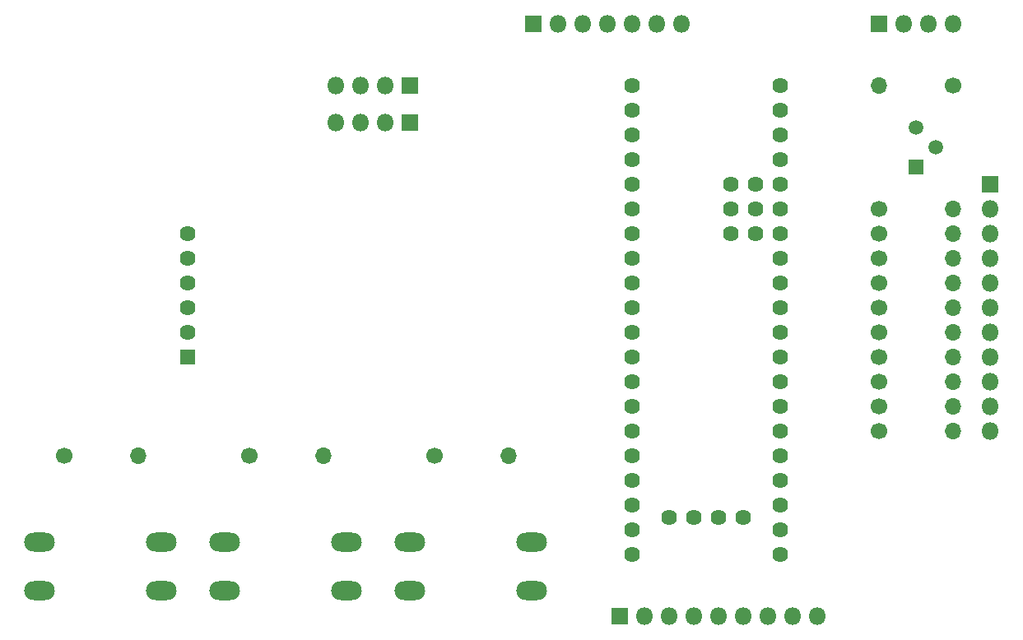
<source format=gbr>
%TF.GenerationSoftware,KiCad,Pcbnew,5.1.6-c6e7f7d~86~ubuntu16.04.1*%
%TF.CreationDate,2020-07-11T20:05:59+01:00*%
%TF.ProjectId,bluepill-pb1,626c7565-7069-46c6-9c2d-7062312e6b69,rev?*%
%TF.SameCoordinates,Original*%
%TF.FileFunction,Soldermask,Bot*%
%TF.FilePolarity,Negative*%
%FSLAX46Y46*%
G04 Gerber Fmt 4.6, Leading zero omitted, Abs format (unit mm)*
G04 Created by KiCad (PCBNEW 5.1.6-c6e7f7d~86~ubuntu16.04.1) date 2020-07-11 20:05:59*
%MOMM*%
%LPD*%
G01*
G04 APERTURE LIST*
%ADD10C,1.624000*%
%ADD11O,3.148000X1.950000*%
%ADD12O,1.800000X1.800000*%
%ADD13R,1.800000X1.800000*%
%ADD14O,1.700000X1.700000*%
%ADD15C,1.700000*%
%ADD16C,1.497000*%
%ADD17R,1.497000X1.497000*%
%ADD18R,1.624000X1.624000*%
G04 APERTURE END LIST*
D10*
%TO.C,U1*%
X140970000Y-109220000D03*
X151130000Y-81280000D03*
X151130000Y-78740000D03*
X151130000Y-76200000D03*
X153670000Y-81280000D03*
X153670000Y-78740000D03*
X153670000Y-76200000D03*
X152400000Y-110490000D03*
X149860000Y-110490000D03*
X147320000Y-110490000D03*
X144780000Y-110490000D03*
X156210000Y-66040000D03*
X156210000Y-68580000D03*
X156210000Y-71120000D03*
X156210000Y-73660000D03*
X156210000Y-76200000D03*
X156210000Y-78740000D03*
X156210000Y-81280000D03*
X156210000Y-83820000D03*
X156210000Y-86360000D03*
X156210000Y-88900000D03*
X156210000Y-91440000D03*
X156210000Y-93980000D03*
X156210000Y-96520000D03*
X156210000Y-99060000D03*
X156210000Y-101600000D03*
X156210000Y-104140000D03*
X156210000Y-106680000D03*
X156210000Y-109220000D03*
X156210000Y-111760000D03*
X156210000Y-114300000D03*
X140970000Y-114300000D03*
X140970000Y-111760000D03*
X140970000Y-106680000D03*
X140970000Y-104140000D03*
X140970000Y-101600000D03*
X140970000Y-99060000D03*
X140970000Y-96520000D03*
X140970000Y-93980000D03*
X140970000Y-91440000D03*
X140970000Y-88900000D03*
X140970000Y-86360000D03*
X140970000Y-83820000D03*
X140970000Y-81280000D03*
X140970000Y-78740000D03*
X140970000Y-76200000D03*
X140970000Y-73660000D03*
X140970000Y-71120000D03*
X140970000Y-68580000D03*
X140970000Y-66040000D03*
%TD*%
D11*
%TO.C,SW2*%
X99060000Y-118030000D03*
X99060000Y-113030000D03*
X111560000Y-118030000D03*
X111560000Y-113030000D03*
%TD*%
D12*
%TO.C,J6*%
X146050000Y-59690000D03*
X143510000Y-59690000D03*
X140970000Y-59690000D03*
X138430000Y-59690000D03*
X135890000Y-59690000D03*
X133350000Y-59690000D03*
D13*
X130810000Y-59690000D03*
%TD*%
D12*
%TO.C,J5*%
X160020000Y-120650000D03*
X157480000Y-120650000D03*
X154940000Y-120650000D03*
X152400000Y-120650000D03*
X149860000Y-120650000D03*
X147320000Y-120650000D03*
X144780000Y-120650000D03*
X142240000Y-120650000D03*
D13*
X139700000Y-120650000D03*
%TD*%
D14*
%TO.C,R14*%
X166370000Y-66040000D03*
D15*
X173990000Y-66040000D03*
%TD*%
D16*
%TO.C,Q1*%
X170180000Y-70358000D03*
X172212000Y-72390000D03*
D17*
X170180000Y-74422000D03*
%TD*%
D12*
%TO.C,J4*%
X110490000Y-66040000D03*
X113030000Y-66040000D03*
X115570000Y-66040000D03*
D13*
X118110000Y-66040000D03*
%TD*%
D12*
%TO.C,J2*%
X173990000Y-59690000D03*
X171450000Y-59690000D03*
X168910000Y-59690000D03*
D13*
X166370000Y-59690000D03*
%TD*%
D12*
%TO.C,J1*%
X177800000Y-101600000D03*
X177800000Y-99060000D03*
X177800000Y-96520000D03*
X177800000Y-93980000D03*
X177800000Y-91440000D03*
X177800000Y-88900000D03*
X177800000Y-86360000D03*
X177800000Y-83820000D03*
X177800000Y-81280000D03*
X177800000Y-78740000D03*
D13*
X177800000Y-76200000D03*
%TD*%
D14*
%TO.C,R13*%
X173990000Y-101600000D03*
D15*
X166370000Y-101600000D03*
%TD*%
D14*
%TO.C,R12*%
X173990000Y-99060000D03*
D15*
X166370000Y-99060000D03*
%TD*%
D14*
%TO.C,R11*%
X173990000Y-96520000D03*
D15*
X166370000Y-96520000D03*
%TD*%
D14*
%TO.C,R10*%
X173990000Y-93980000D03*
D15*
X166370000Y-93980000D03*
%TD*%
D14*
%TO.C,R9*%
X173990000Y-91440000D03*
D15*
X166370000Y-91440000D03*
%TD*%
D14*
%TO.C,R8*%
X173990000Y-88900000D03*
D15*
X166370000Y-88900000D03*
%TD*%
D14*
%TO.C,R7*%
X173990000Y-86360000D03*
D15*
X166370000Y-86360000D03*
%TD*%
D14*
%TO.C,R6*%
X173990000Y-83820000D03*
D15*
X166370000Y-83820000D03*
%TD*%
D14*
%TO.C,R5*%
X173990000Y-81280000D03*
D15*
X166370000Y-81280000D03*
%TD*%
D14*
%TO.C,R4*%
X173990000Y-78740000D03*
D15*
X166370000Y-78740000D03*
%TD*%
D11*
%TO.C,SW3*%
X118110000Y-118030000D03*
X118110000Y-113030000D03*
X130610000Y-118030000D03*
X130610000Y-113030000D03*
%TD*%
%TO.C,SW1*%
X80010000Y-118030000D03*
X80010000Y-113030000D03*
X92510000Y-118030000D03*
X92510000Y-113030000D03*
%TD*%
D14*
%TO.C,R3*%
X128270000Y-104140000D03*
D15*
X120650000Y-104140000D03*
%TD*%
D14*
%TO.C,R2*%
X109220000Y-104140000D03*
D15*
X101600000Y-104140000D03*
%TD*%
D14*
%TO.C,R1*%
X90170000Y-104140000D03*
D15*
X82550000Y-104140000D03*
%TD*%
D12*
%TO.C,J3*%
X110490000Y-69850000D03*
X113030000Y-69850000D03*
X115570000Y-69850000D03*
D13*
X118110000Y-69850000D03*
%TD*%
D10*
%TO.C,A1*%
X95250000Y-81280000D03*
X95250000Y-83820000D03*
X95250000Y-86360000D03*
X95250000Y-88900000D03*
X95250000Y-91440000D03*
D18*
X95250000Y-93980000D03*
%TD*%
M02*

</source>
